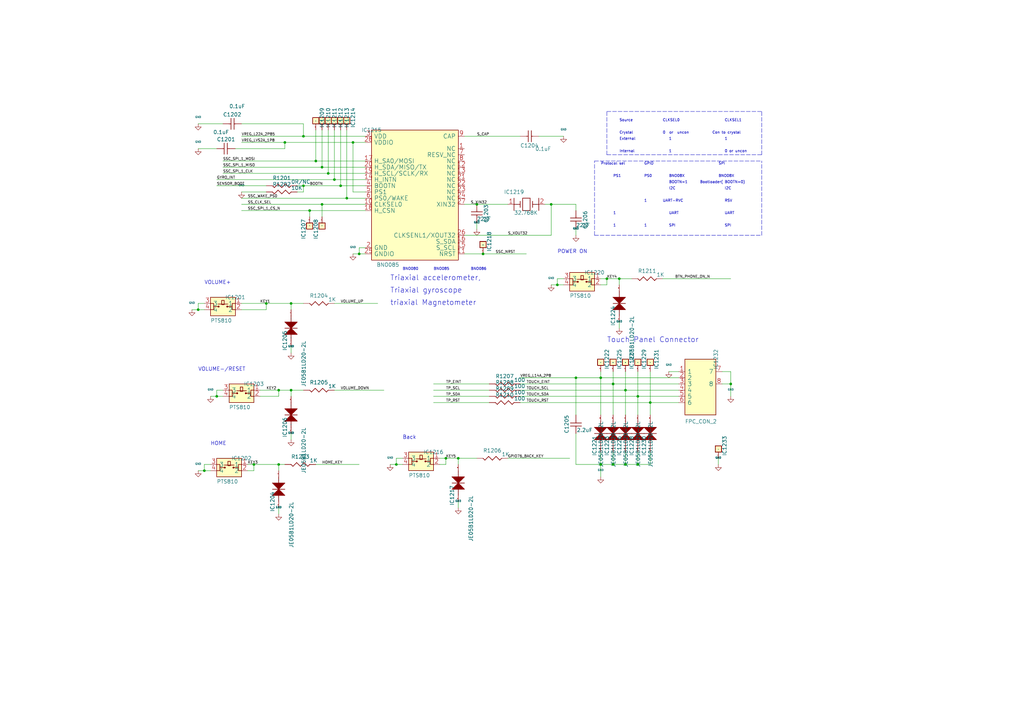
<source format=kicad_sch>
(kicad_sch (version 20211123) (generator eeschema)
  (paper "A3")
  (lib_symbols
    (symbol "SENSOR-SchDoc-rescue:BNO085_0-" (pin_names (offset 1.016))
      (property "Reference" "IC" (at 0 0 0))
      (property "Value" "BNO085_0-" (at 2.032 -56.134 0))
      (symbol "BNO085_0-_0_1"
        (rectangle (start 0 -53.34) (end 35.56 0) (stroke (width 0.254)) (fill (type background)))
        (pin passive line (at 38.1 -7.62 180) (length 2.54) (name "NC") (number "1"))
        (pin passive line (at -2.54 -30.48 0) (length 2.54) (name "CLKSEL0") (number "10"))
        (pin passive line (at 38.1 -50.8 180) (length 2.54) (name "NRST") (number "11"))
        (pin passive line (at 38.1 -15.24 180) (length 2.54) (name "NC") (number "12"))
        (pin passive line (at 38.1 -17.78 180) (length 2.54) (name "NC") (number "13"))
        (pin passive line (at -2.54 -20.32 0) (length 2.54) (name "H_INTN") (number "14"))
        (pin passive line (at 38.1 -48.26 180) (length 2.54) (name "S_SCL") (number "15"))
        (pin passive line (at 38.1 -45.72 180) (length 2.54) (name "S_SDA") (number "16"))
        (pin passive line (at -2.54 -12.7 0) (length 2.54) (name "H_SA0/MOSI") (number "17"))
        (pin passive line (at -2.54 -33.02 0) (length 2.54) (name "H_CSN") (number "18"))
        (pin passive line (at -2.54 -17.78 0) (length 2.54) (name "H_SCL/SCLK/RX") (number "19"))
        (pin passive line (at -2.54 -48.26 0) (length 2.54) (name "GND") (number "2"))
        (pin passive line (at -2.54 -15.24 0) (length 2.54) (name "H_SDA/MISO/TX") (number "20"))
        (pin passive line (at 38.1 -20.32 180) (length 2.54) (name "NC") (number "21"))
        (pin passive line (at 38.1 -22.86 180) (length 2.54) (name "NC") (number "22"))
        (pin passive line (at 38.1 -25.4 180) (length 2.54) (name "NC") (number "23"))
        (pin passive line (at 38.1 -27.94 180) (length 2.54) (name "NC") (number "24"))
        (pin passive line (at -2.54 -50.8 0) (length 2.54) (name "GNDIO") (number "25"))
        (pin passive line (at 38.1 -43.18 180) (length 2.54) (name "CLKSENL1/XOUT32") (number "26"))
        (pin passive line (at 38.1 -30.48 180) (length 2.54) (name "XIN32") (number "27"))
        (pin passive line (at -2.54 -5.08 0) (length 2.54) (name "VDDIO") (number "28"))
        (pin passive line (at -2.54 -2.54 0) (length 2.54) (name "VDD") (number "3"))
        (pin passive line (at -2.54 -22.86 0) (length 2.54) (name "BOOTN") (number "4"))
        (pin passive line (at -2.54 -25.4 0) (length 2.54) (name "PS1") (number "5"))
        (pin passive line (at -2.54 -27.94 0) (length 2.54) (name "PS0/WAKE") (number "6"))
        (pin passive line (at 38.1 -10.16 180) (length 2.54) (name "RESV_NC") (number "7"))
        (pin passive line (at 38.1 -12.7 180) (length 2.54) (name "NC") (number "8"))
        (pin passive line (at 38.1 -2.54 180) (length 2.54) (name "CAP") (number "9"))
      )
    )
    (symbol "SENSOR-SchDoc-rescue:CRYSTAL4_SM_1-" (pin_names (offset 1.016))
      (property "Reference" "IC" (at 0 0 0))
      (property "Value" "CRYSTAL4_SM_1-" (at 0 -9.398 0))
      (symbol "CRYSTAL4_SM_1-_0_1"
        (polyline (pts (xy 0 -2.54) (xy 0 -7.62)) (stroke (width 0.254)))
        (polyline (pts (xy 2.54 -5.08) (xy 0 -5.08)) (stroke (width 0.254)))
        (polyline (pts (xy 2.54 -3.81) (xy 2.54 -6.35)) (stroke (width 0.254)))
        (polyline (pts (xy 3.556 -7.62) (xy 6.604 -7.62)) (stroke (width 0.254)))
        (polyline (pts (xy 3.556 -2.54) (xy 3.556 -7.62)) (stroke (width 0.254)))
        (polyline (pts (xy 6.604 -7.62) (xy 6.604 -2.54)) (stroke (width 0.254)))
        (polyline (pts (xy 6.604 -2.54) (xy 3.556 -2.54)) (stroke (width 0.254)))
        (polyline (pts (xy 7.62 -3.81) (xy 7.62 -6.35)) (stroke (width 0.254)))
        (polyline (pts (xy 10.16 -5.08) (xy 7.62 -5.08)) (stroke (width 0.254)))
        (polyline (pts (xy 10.16 -2.54) (xy 10.16 -7.62)) (stroke (width 0.254)))
        (pin passive line (at -2.54 -5.08 0) (length 2.54) (name "1") (number "1"))
        (pin passive line (at 12.7 -5.08 180) (length 2.54) (name "2") (number "2"))
      )
    )
    (symbol "SENSOR-SchDoc-rescue:DIODE_1-" (pin_names (offset 1.016))
      (property "Reference" "IC" (at 0 0 0))
      (property "Value" "DIODE_1-" (at 1.778 9.906 0))
      (symbol "DIODE_1-_0_1"
        (polyline (pts (xy 0 -2.54) (xy 2.54 -2.54)) (stroke (width 0.254)))
        (polyline (pts (xy 5.08 0) (xy 5.08 -5.08)) (stroke (width 0.254)))
        (polyline (pts (xy 7.62 -2.54) (xy 10.16 -2.54)) (stroke (width 0.254)))
        (polyline (pts (xy 2.54 0) (xy 2.54 -5.08) (xy 5.08 -2.54) (xy 2.54 0) (xy 2.54 0)) (stroke (width 0.254)) (fill (type outline)))
        (polyline (pts (xy 7.62 0) (xy 7.62 -5.08) (xy 5.08 -2.54) (xy 7.62 0) (xy 7.62 0)) (stroke (width 0.254)) (fill (type outline)))
        (pin passive line (at -2.54 -2.54 0) (length 2.54) (name "+") (number "1"))
        (pin passive line (at 12.7 -2.54 180) (length 2.54) (name "-") (number "2"))
      )
    )
    (symbol "SENSOR-SchDoc-rescue:FPC_CON_8-" (pin_names (offset 1.016))
      (property "Reference" "IC" (at 0 0 0))
      (property "Value" "FPC_CON_8-" (at -12.7 -26.416 90))
      (symbol "FPC_CON_8-_0_1"
        (rectangle (start 22.86 -12.7) (end 0 0) (stroke (width 0.254)) (fill (type background)))
        (pin passive line (at 5.08 -15.24 90) (length 2.54) (name "1") (number "1"))
        (pin passive line (at 7.62 -15.24 90) (length 2.54) (name "2") (number "2"))
        (pin passive line (at 10.16 -15.24 90) (length 2.54) (name "3") (number "3"))
        (pin passive line (at 12.7 -15.24 90) (length 2.54) (name "4") (number "4"))
        (pin passive line (at 15.24 -15.24 90) (length 2.54) (name "5") (number "5"))
        (pin passive line (at 17.78 -15.24 90) (length 2.54) (name "6") (number "6"))
        (pin passive line (at 5.08 2.54 270) (length 2.54) (name "7") (number "7"))
        (pin passive line (at 10.16 2.54 270) (length 2.54) (name "8") (number "8"))
      )
    )
    (symbol "SENSOR-SchDoc-rescue:PTS810-" (pin_names (offset 1.016))
      (property "Reference" "IC" (at 0 0 0))
      (property "Value" "PTS810-" (at -10.16 -10.414 0))
      (symbol "PTS810-_0_1"
        (polyline (pts (xy 1.27 -3.81) (xy 3.048 -3.81)) (stroke (width 0.254)))
        (polyline (pts (xy 3.048 -2.794) (xy 7.112 -2.794)) (stroke (width 0.254)))
        (polyline (pts (xy 7.112 -3.81) (xy 8.89 -3.81)) (stroke (width 0.254)))
        (polyline (pts (xy 0 -2.54) (xy 0 -2.54) (xy 0 -2.54) (xy 1.27 -2.54) (xy 1.27 -5.08) (xy 0 -5.08)) (stroke (width 0.254)))
        (polyline (pts (xy 10.16 -2.54) (xy 10.16 -2.54) (xy 10.16 -2.54) (xy 8.89 -2.54) (xy 8.89 -5.08) (xy 10.16 -5.08)) (stroke (width 0.254)))
        (circle (center 3.302 -3.81) (radius 0.254) (stroke (width 0.254)) (fill (type outline)))
        (rectangle (start 5.588 -3.048) (end 4.572 -1.27) (stroke (width 0.254)) (fill (type background)))
        (circle (center 6.858 -3.81) (radius 0.254) (stroke (width 0.254)) (fill (type outline)))
        (rectangle (start 10.16 -7.62) (end 0 0) (stroke (width 0.254)) (fill (type background)))
        (pin passive line (at -2.54 -2.54 0) (length 2.54) (name "1") (number "1"))
        (pin passive line (at -2.54 -5.08 0) (length 2.54) (name "2") (number "2"))
        (pin passive line (at 12.7 -2.54 180) (length 2.54) (name "3") (number "3"))
        (pin passive line (at 12.7 -5.08 180) (length 2.54) (name "4") (number "4"))
      )
    )
    (symbol "SENSOR-SchDoc-rescue:T_POINT_S-" (pin_names (offset 1.016))
      (property "Reference" "IC" (at 0 0 0))
      (property "Value" "T_POINT_S-" (at 0 0 0))
      (symbol "T_POINT_S-_0_1"
        (rectangle (start 0 -1.27) (end 2.54 -3.81) (stroke (width 0.254)) (fill (type background)))
        (rectangle (start 2.54 -3.81) (end 0 -1.27) (stroke (width 0.254)) (fill (type background)))
        (pin passive line (at 5.08 -2.54 180) (length 2.54) (name "TP") (number "1"))
      )
    )
    (symbol "Wireless Video Glass:C" (pin_numbers hide) (pin_names (offset 0) hide)
      (property "Reference" "C" (at -1.27 -1.27 90))
      (property "Value" "C" (at 6.985 -1.905 90))
      (symbol "C_0_1"
        (polyline (pts (xy 0.254 -1.778) (xy 4.826 -1.778)) (stroke (width 0.254)))
        (polyline (pts (xy 0.254 -0.508) (xy 4.826 -0.508)) (stroke (width 0.254)))
        (polyline (pts (xy 2.54 -2.54) (xy 2.54 -1.778)) (stroke (width 0.254)))
        (polyline (pts (xy 2.54 0) (xy 2.54 -0.508)) (stroke (width 0.254)))
        (pin passive line (at 2.54 2.54 270) (length 2.54) (name "1") (number "1"))
        (pin passive line (at 2.54 -5.08 90) (length 2.54) (name "2") (number "2"))
      )
    )
    (symbol "Wireless Video Glass:R" (pin_numbers hide) (pin_names (offset 0) hide)
      (property "Reference" "R" (at -0.635 -3.81 90))
      (property "Value" "R" (at 6.35 -4.445 90))
      (symbol "R_0_1"
        (polyline (pts (xy 1.778 -5.334) (xy 3.302 -6.858)) (stroke (width 0.254)))
        (polyline (pts (xy 1.778 -2.286) (xy 3.302 -3.81)) (stroke (width 0.254)))
        (polyline (pts (xy 2.54 0) (xy 3.302 -0.762)) (stroke (width 0.254)))
        (polyline (pts (xy 3.302 -6.858) (xy 2.54 -7.62)) (stroke (width 0.254)))
        (polyline (pts (xy 3.302 -3.81) (xy 1.778 -5.334)) (stroke (width 0.254)))
        (polyline (pts (xy 3.302 -0.762) (xy 1.778 -2.286)) (stroke (width 0.254)))
        (pin passive line (at 2.54 2.54 270) (length 2.54) (name "1") (number "1"))
        (pin passive line (at 2.54 -10.16 90) (length 2.54) (name "2") (number "2"))
      )
    )
    (symbol "power:GND" (power) (pin_names (offset 0))
      (property "Value" "GND" (at 0 -3.81 0))
      (symbol "GND_0_1"
        (polyline (pts (xy 0 0) (xy 0 -1.27) (xy 1.27 -1.27) (xy 0 -2.54) (xy -1.27 -1.27) (xy 0 -1.27)))
      )
      (symbol "GND_1_1"
        (pin power_in line (at 0 0 270) (length 0) hide (name "GND") (number "1"))
      )
    )
  )
  (junction (at 134.62 71.12))
  (junction (at 256.54 160.02))
  (junction (at 187.96 187.96))
  (junction (at 254 114.3))
  (junction (at 142.24 81.28))
  (junction (at 132.08 83.82))
  (junction (at 132.08 68.58))
  (junction (at 104.14 190.5))
  (junction (at 119.38 124.46))
  (junction (at 147.32 104.14))
  (junction (at 251.46 190.5))
  (junction (at 261.62 162.56))
  (junction (at 114.3 190.5))
  (junction (at 236.22 154.94))
  (junction (at 109.22 124.46))
  (junction (at 228.6 116.84))
  (junction (at 88.9 162.56))
  (junction (at 226.06 83.82))
  (junction (at 81.28 127))
  (junction (at 116.84 58.42))
  (junction (at 266.7 165.1))
  (junction (at 83.82 193.04))
  (junction (at 124.46 76.2))
  (junction (at 144.78 58.42))
  (junction (at 198.12 104.14))
  (junction (at 248.92 114.3))
  (junction (at 137.16 73.66))
  (junction (at 246.38 154.94))
  (junction (at 124.46 55.88))
  (junction (at 162.56 190.5))
  (junction (at 261.62 190.5))
  (junction (at 119.38 160.02))
  (junction (at 139.7 76.2))
  (junction (at 256.54 190.5))
  (junction (at 129.54 66.04))
  (junction (at 114.3 160.02))
  (junction (at 299.72 157.48))
  (junction (at 251.46 157.48))
  (junction (at 246.38 190.5))
  (junction (at 182.88 187.96))
  (junction (at 127 86.36))
  (junction (at 195.58 83.82))
  (wire (pts (xy 278.384 154.94) (xy 246.38 154.94)))
  (wire (pts (xy 116.84 58.42) (xy 99.06 58.42)))
  (wire (pts (xy 132.08 83.82) (xy 132.08 88.9)))
  (wire (pts (xy 114.3 190.5) (xy 114.3 193.04)))
  (wire (pts (xy 114.3 160.02) (xy 106.68 160.02)))
  (wire (pts (xy 187.96 187.96) (xy 187.96 190.5)))
  (wire (pts (xy 124.46 78.74) (xy 124.46 76.2)))
  (wire (pts (xy 119.38 160.02) (xy 119.38 162.56)))
  (wire (pts (xy 134.62 71.12) (xy 91.44 71.12)))
  (wire (pts (xy 215.9 104.14) (xy 198.12 104.14)))
  (wire (pts (xy 124.46 160.02) (xy 119.38 160.02)))
  (wire (pts (xy 246.38 116.84) (xy 248.92 116.84)))
  (wire (pts (xy 119.38 160.02) (xy 114.3 160.02)))
  (wire (pts (xy 149.86 86.36) (xy 127 86.36)))
  (wire (pts (xy 254 114.3) (xy 248.92 114.3)))
  (wire (pts (xy 121.92 78.74) (xy 124.46 78.74)))
  (polyline (pts (xy 312.42 63.5) (xy 312.42 45.72)))
  (wire (pts (xy 91.44 66.04) (xy 129.54 66.04)))
  (wire (pts (xy 261.62 162.56) (xy 261.62 170.18)))
  (wire (pts (xy 124.46 76.2) (xy 121.92 76.2)))
  (wire (pts (xy 149.86 73.66) (xy 137.16 73.66)))
  (wire (pts (xy 132.08 53.34) (xy 132.08 68.58)))
  (wire (pts (xy 274.32 152.4) (xy 278.384 152.4)))
  (wire (pts (xy 251.46 190.5) (xy 256.54 190.5)))
  (wire (pts (xy 81.28 124.46) (xy 81.28 127)))
  (wire (pts (xy 119.38 124.46) (xy 119.38 127)))
  (wire (pts (xy 81.28 60.96) (xy 88.9 60.96)))
  (wire (pts (xy 177.8 165.1) (xy 200.66 165.1)))
  (wire (pts (xy 278.384 162.56) (xy 261.62 162.56)))
  (wire (pts (xy 162.56 190.5) (xy 160.02 190.5)))
  (wire (pts (xy 182.88 190.5) (xy 182.88 187.96)))
  (wire (pts (xy 144.78 58.42) (xy 144.78 78.74)))
  (wire (pts (xy 246.38 154.94) (xy 236.22 154.94)))
  (wire (pts (xy 251.46 157.48) (xy 213.36 157.48)))
  (wire (pts (xy 116.84 60.96) (xy 96.52 60.96)))
  (wire (pts (xy 261.62 152.4) (xy 261.62 162.56)))
  (wire (pts (xy 195.58 91.44) (xy 195.58 93.98)))
  (wire (pts (xy 278.384 165.1) (xy 266.7 165.1)))
  (wire (pts (xy 139.7 76.2) (xy 124.46 76.2)))
  (wire (pts (xy 165.1 190.5) (xy 162.56 190.5)))
  (wire (pts (xy 195.58 83.82) (xy 208.28 83.82)))
  (wire (pts (xy 299.72 157.48) (xy 299.72 162.56)))
  (wire (pts (xy 208.28 187.96) (xy 233.68 187.96)))
  (wire (pts (xy 180.34 190.5) (xy 182.88 190.5)))
  (wire (pts (xy 236.22 83.82) (xy 226.06 83.82)))
  (wire (pts (xy 86.36 193.04) (xy 83.82 193.04)))
  (wire (pts (xy 177.8 162.56) (xy 200.66 162.56)))
  (wire (pts (xy 198.12 104.14) (xy 190.5 104.14)))
  (wire (pts (xy 147.32 101.6) (xy 149.86 101.6)))
  (wire (pts (xy 296.164 152.4) (xy 299.72 152.4)))
  (wire (pts (xy 147.32 104.14) (xy 147.32 101.6)))
  (wire (pts (xy 256.54 160.02) (xy 256.54 170.18)))
  (wire (pts (xy 149.86 71.12) (xy 134.62 71.12)))
  (wire (pts (xy 259.08 114.3) (xy 254 114.3)))
  (wire (pts (xy 182.88 187.96) (xy 180.34 187.96)))
  (wire (pts (xy 251.46 185.42) (xy 251.46 190.5)))
  (wire (pts (xy 104.14 190.5) (xy 101.6 190.5)))
  (wire (pts (xy 114.3 162.56) (xy 114.3 160.02)))
  (wire (pts (xy 236.22 190.5) (xy 246.38 190.5)))
  (wire (pts (xy 246.38 185.42) (xy 246.38 190.5)))
  (wire (pts (xy 83.82 190.5) (xy 83.82 193.04)))
  (wire (pts (xy 88.9 76.2) (xy 109.22 76.2)))
  (wire (pts (xy 149.86 104.14) (xy 147.32 104.14)))
  (wire (pts (xy 142.24 53.34) (xy 142.24 81.28)))
  (wire (pts (xy 137.16 160.02) (xy 157.48 160.02)))
  (wire (pts (xy 251.46 152.4) (xy 251.46 157.48)))
  (wire (pts (xy 116.84 58.42) (xy 116.84 60.96)))
  (wire (pts (xy 220.98 55.88) (xy 231.14 55.88)))
  (wire (pts (xy 114.3 190.5) (xy 104.14 190.5)))
  (wire (pts (xy 88.9 162.56) (xy 86.36 162.56)))
  (wire (pts (xy 278.384 160.02) (xy 256.54 160.02)))
  (wire (pts (xy 236.22 93.98) (xy 236.22 96.52)))
  (wire (pts (xy 226.06 83.82) (xy 226.06 96.52)))
  (wire (pts (xy 149.86 66.04) (xy 129.54 66.04)))
  (wire (pts (xy 81.28 127) (xy 78.74 127)))
  (wire (pts (xy 99.06 127) (xy 109.22 127)))
  (wire (pts (xy 86.36 190.5) (xy 83.82 190.5)))
  (wire (pts (xy 83.82 127) (xy 81.28 127)))
  (wire (pts (xy 177.8 157.48) (xy 200.66 157.48)))
  (wire (pts (xy 114.3 208.28) (xy 114.3 210.82)))
  (wire (pts (xy 256.54 160.02) (xy 213.36 160.02)))
  (wire (pts (xy 248.92 116.84) (xy 248.92 114.3)))
  (wire (pts (xy 246.38 190.5) (xy 251.46 190.5)))
  (wire (pts (xy 271.78 114.3) (xy 299.72 114.3)))
  (wire (pts (xy 236.22 86.36) (xy 236.22 83.82)))
  (wire (pts (xy 137.16 73.66) (xy 88.9 73.66)))
  (wire (pts (xy 177.8 160.02) (xy 200.66 160.02)))
  (wire (pts (xy 144.78 58.42) (xy 116.84 58.42)))
  (wire (pts (xy 261.62 162.56) (xy 213.36 162.56)))
  (polyline (pts (xy 243.84 96.52) (xy 243.84 66.04)))
  (wire (pts (xy 190.5 55.88) (xy 213.36 55.88)))
  (wire (pts (xy 149.86 83.82) (xy 132.08 83.82)))
  (wire (pts (xy 266.7 165.1) (xy 266.7 170.18)))
  (wire (pts (xy 228.6 114.3) (xy 228.6 116.84)))
  (wire (pts (xy 248.92 114.3) (xy 246.38 114.3)))
  (wire (pts (xy 139.7 53.34) (xy 139.7 76.2)))
  (wire (pts (xy 104.14 193.04) (xy 104.14 190.5)))
  (wire (pts (xy 254 114.3) (xy 254 116.84)))
  (wire (pts (xy 228.6 116.84) (xy 226.06 116.84)))
  (wire (pts (xy 124.46 55.88) (xy 99.06 55.88)))
  (wire (pts (xy 149.86 81.28) (xy 142.24 81.28)))
  (wire (pts (xy 187.96 205.74) (xy 187.96 208.28)))
  (wire (pts (xy 256.54 185.42) (xy 256.54 190.5)))
  (wire (pts (xy 91.44 160.02) (xy 88.9 160.02)))
  (wire (pts (xy 266.7 190.5) (xy 266.7 185.42)))
  (wire (pts (xy 129.54 53.34) (xy 129.54 66.04)))
  (wire (pts (xy 106.68 162.56) (xy 114.3 162.56)))
  (wire (pts (xy 226.06 96.52) (xy 190.5 96.52)))
  (polyline (pts (xy 248.92 63.5) (xy 312.42 63.5)))
  (wire (pts (xy 99.06 78.74) (xy 109.22 78.74)))
  (wire (pts (xy 147.32 104.14) (xy 144.78 104.14)))
  (wire (pts (xy 149.86 58.42) (xy 144.78 58.42)))
  (wire (pts (xy 99.06 50.8) (xy 124.46 50.8)))
  (wire (pts (xy 246.38 190.5) (xy 246.38 195.58)))
  (wire (pts (xy 231.14 116.84) (xy 228.6 116.84)))
  (wire (pts (xy 109.22 124.46) (xy 99.06 124.46)))
  (wire (pts (xy 296.164 157.48) (xy 299.72 157.48)))
  (wire (pts (xy 190.5 83.82) (xy 195.58 83.82)))
  (wire (pts (xy 187.96 187.96) (xy 182.88 187.96)))
  (wire (pts (xy 134.62 53.34) (xy 134.62 71.12)))
  (polyline (pts (xy 248.92 63.5) (xy 248.92 45.72)))
  (wire (pts (xy 137.16 124.46) (xy 154.94 124.46)))
  (wire (pts (xy 137.16 53.34) (xy 137.16 73.66)))
  (wire (pts (xy 254 132.08) (xy 254 134.62)))
  (wire (pts (xy 124.46 50.8) (xy 124.46 55.88)))
  (polyline (pts (xy 312.42 96.52) (xy 312.42 66.04)))
  (wire (pts (xy 132.08 83.82) (xy 99.06 83.82)))
  (wire (pts (xy 119.38 124.46) (xy 109.22 124.46)))
  (wire (pts (xy 256.54 190.5) (xy 261.62 190.5)))
  (wire (pts (xy 149.86 76.2) (xy 139.7 76.2)))
  (wire (pts (xy 109.22 127) (xy 109.22 124.46)))
  (wire (pts (xy 149.86 68.58) (xy 132.08 68.58)))
  (wire (pts (xy 162.56 187.96) (xy 162.56 190.5)))
  (wire (pts (xy 246.38 152.4) (xy 246.38 154.94)))
  (wire (pts (xy 266.7 152.4) (xy 266.7 165.1)))
  (wire (pts (xy 256.54 152.4) (xy 256.54 160.02)))
  (wire (pts (xy 127 86.36) (xy 127 88.9)))
  (wire (pts (xy 91.44 162.56) (xy 88.9 162.56)))
  (wire (pts (xy 236.22 177.8) (xy 236.22 190.5)))
  (wire (pts (xy 294.64 187.96) (xy 294.64 190.5)))
  (wire (pts (xy 246.38 154.94) (xy 246.38 170.18)))
  (wire (pts (xy 83.82 193.04) (xy 81.28 193.04)))
  (wire (pts (xy 101.6 193.04) (xy 104.14 193.04)))
  (wire (pts (xy 124.46 124.46) (xy 119.38 124.46)))
  (wire (pts (xy 236.22 154.94) (xy 236.22 170.18)))
  (wire (pts (xy 142.24 81.28) (xy 99.06 81.28)))
  (wire (pts (xy 165.1 187.96) (xy 162.56 187.96)))
  (wire (pts (xy 119.38 177.8) (xy 119.38 180.34)))
  (wire (pts (xy 261.62 185.42) (xy 261.62 190.5)))
  (wire (pts (xy 132.08 68.58) (xy 91.44 68.58)))
  (wire (pts (xy 88.9 160.02) (xy 88.9 162.56)))
  (wire (pts (xy 266.7 165.1) (xy 213.36 165.1)))
  (wire (pts (xy 129.54 190.5) (xy 147.32 190.5)))
  (polyline (pts (xy 243.84 96.52) (xy 312.42 96.52)))
  (wire (pts (xy 226.06 83.82) (xy 223.52 83.82)))
  (wire (pts (xy 127 86.36) (xy 99.06 86.36)))
  (wire (pts (xy 299.72 152.4) (xy 299.72 157.48)))
  (wire (pts (xy 231.14 114.3) (xy 228.6 114.3)))
  (wire (pts (xy 81.28 50.8) (xy 91.44 50.8)))
  (polyline (pts (xy 248.92 45.72) (xy 312.42 45.72)))
  (wire (pts (xy 144.78 78.74) (xy 149.86 78.74)))
  (wire (pts (xy 278.384 157.48) (xy 251.46 157.48)))
  (wire (pts (xy 261.62 190.5) (xy 266.7 190.5)))
  (wire (pts (xy 119.38 142.24) (xy 119.38 144.78)))
  (wire (pts (xy 195.58 187.96) (xy 187.96 187.96)))
  (wire (pts (xy 83.82 124.46) (xy 81.28 124.46)))
  (wire (pts (xy 149.86 55.88) (xy 124.46 55.88)))
  (wire (pts (xy 116.84 190.5) (xy 114.3 190.5)))
  (polyline (pts (xy 243.84 66.04) (xy 312.42 66.04)))
  (wire (pts (xy 236.22 154.94) (xy 213.36 154.94)))
  (wire (pts (xy 251.46 157.48) (xy 251.46 170.18)))
  (text "1" (at 251.46 88.138 0) (effects (font (size 1.0668 1.0668)) (justify left bottom)))
  (text "External" (at 254 57.658 0) (effects (font (size 1.0668 1.0668)) (justify left bottom)))
  (text "BNO08X" (at 294.64 72.898 0) (effects (font (size 1.0668 1.0668)) (justify left bottom)))
  (text "Source    " (at 254 50.038 0) (effects (font (size 1.0668 1.0668)) (justify left bottom)))
  (text "GPIO" (at 264.16 67.818 0) (effects (font (size 1.0668 1.0668)) (justify left bottom)))
  (text "triaxial Magnetometer" (at 160.02 125.476 0) (effects (font (size 2.1336 2.1336)) (justify left bottom)))
  (text "HOME" (at 86.36 182.88 0) (effects (font (size 1.524 1.524)) (justify left bottom)))
  (text "VOLUME+" (at 83.82 116.84 0) (effects (font (size 1.524 1.524)) (justify left bottom)))
  (text "PS1" (at 251.46 72.898 0) (effects (font (size 1.0668 1.0668)) (justify left bottom)))
  (text "Protocol sel" (at 246.38 67.818 0) (effects (font (size 1.0668 1.0668)) (justify left bottom)))
  (text "1" (at 264.16 93.218 0) (effects (font (size 1.0668 1.0668)) (justify left bottom)))
  (text "1" (at 274.32 62.738 0) (effects (font (size 1.0668 1.0668)) (justify left bottom)))
  (text "BNO080" (at 165.1 110.998 0) (effects (font (size 1.0668 1.0668)) (justify left bottom)))
  (text "Touch Panel Connector" (at 248.92 140.716 0) (effects (font (size 2.1336 2.1336)) (justify left bottom)))
  (text "UART-RVC" (at 271.78 83.058 0) (effects (font (size 1.0668 1.0668)) (justify left bottom)))
  (text "CLKSEL0" (at 271.78 50.038 0) (effects (font (size 1.0668 1.0668)) (justify left bottom)))
  (text "SPI" (at 297.18 93.218 0) (effects (font (size 1.0668 1.0668)) (justify left bottom)))
  (text "VOLUME-/RESET" (at 81.28 152.4 0) (effects (font (size 1.524 1.524)) (justify left bottom)))
  (text "BOOTN=1" (at 274.32 75.438 0) (effects (font (size 1.0668 1.0668)) (justify left bottom)))
  (text "Triaxial gyroscope" (at 160.02 120.396 0) (effects (font (size 2.1336 2.1336)) (justify left bottom)))
  (text "SPI" (at 274.32 93.218 0) (effects (font (size 1.0668 1.0668)) (justify left bottom)))
  (text "Bootloader( BOOTN=0)" (at 287.02 75.438 0) (effects (font (size 1.0668 1.0668)) (justify left bottom)))
  (text "1" (at 264.16 83.058 0) (effects (font (size 1.0668 1.0668)) (justify left bottom)))
  (text "UART" (at 274.32 88.138 0) (effects (font (size 1.0668 1.0668)) (justify left bottom)))
  (text "UART" (at 297.18 88.138 0) (effects (font (size 1.0668 1.0668)) (justify left bottom)))
  (text "BNO086" (at 193.04 110.998 0) (effects (font (size 1.0668 1.0668)) (justify left bottom)))
  (text "1" (at 251.46 93.218 0) (effects (font (size 1.0668 1.0668)) (justify left bottom)))
  (text "RSV" (at 297.18 83.058 0) (effects (font (size 1.0668 1.0668)) (justify left bottom)))
  (text "Con to crystal" (at 292.1 55.118 0) (effects (font (size 1.0668 1.0668)) (justify left bottom)))
  (text "0 or uncon" (at 297.18 62.738 0) (effects (font (size 1.0668 1.0668)) (justify left bottom)))
  (text "POWER ON" (at 228.6 104.14 0) (effects (font (size 1.524 1.524)) (justify left bottom)))
  (text "I2C " (at 297.18 77.978 0) (effects (font (size 1.0668 1.0668)) (justify left bottom)))
  (text "1" (at 274.32 57.658 0) (effects (font (size 1.0668 1.0668)) (justify left bottom)))
  (text "I2C " (at 274.32 77.978 0) (effects (font (size 1.0668 1.0668)) (justify left bottom)))
  (text "Crystal" (at 254 55.118 0) (effects (font (size 1.0668 1.0668)) (justify left bottom)))
  (text "PS0" (at 264.16 72.898 0) (effects (font (size 1.0668 1.0668)) (justify left bottom)))
  (text "Internal" (at 254 62.738 0) (effects (font (size 1.0668 1.0668)) (justify left bottom)))
  (text "BNO08X" (at 274.32 72.898 0) (effects (font (size 1.0668 1.0668)) (justify left bottom)))
  (text "SPI" (at 294.64 67.818 0) (effects (font (size 1.0668 1.0668)) (justify left bottom)))
  (text "CLKSEL1" (at 297.18 50.038 0) (effects (font (size 1.0668 1.0668)) (justify left bottom)))
  (text "1" (at 297.18 57.658 0) (effects (font (size 1.0668 1.0668)) (justify left bottom)))
  (text "BNO085" (at 177.8 110.998 0) (effects (font (size 1.0668 1.0668)) (justify left bottom)))
  (text "0  or  uncon" (at 271.78 55.118 0) (effects (font (size 1.0668 1.0668)) (justify left bottom)))
  (text "Back" (at 165.1 180.34 0) (effects (font (size 1.524 1.524)) (justify left bottom)))
  (text "Triaxial accelerometer, " (at 160.02 115.316 0) (effects (font (size 2.1336 2.1336)) (justify left bottom)))
  (label "KEY2" (at 109.22 160.02 0) (effects (font (size 1.0668 1.0668))))
  (label "VREG_LVS2A_1P8" (at 99.06 58.42 0) (effects (font (size 1.0668 1.0668))))
  (label "BTN_PHONE_ON_N" (at 276.86 114.3 0) (effects (font (size 1.0668 1.0668))))
  (label "VOLUME_DOWN" (at 139.7 160.02 0) (effects (font (size 1.0668 1.0668))))
  (label "KEY4" (at 248.92 114.3 0) (effects (font (size 1.0668 1.0668))))
  (label "SSC_SPI_1_CLK" (at 91.44 71.12 0) (effects (font (size 1.0668 1.0668))))
  (label "TP_SCL" (at 182.88 160.02 0) (effects (font (size 1.0668 1.0668))))
  (label "GPIO76_BACK_KEY" (at 208.28 187.96 0) (effects (font (size 1.0668 1.0668))))
  (label "TOUCH_EINT" (at 215.9 157.48 0) (effects (font (size 1.0668 1.0668))))
  (label "S_XIN32" (at 193.04 83.82 0) (effects (font (size 1.0668 1.0668))))
  (label "HOME_KEY" (at 132.08 190.5 0) (effects (font (size 1.0668 1.0668))))
  (label "S_XOUT32" (at 208.28 96.52 0) (effects (font (size 1.0668 1.0668))))
  (label "SSC_WAKE_PS0" (at 101.6 81.28 0) (effects (font (size 1.0668 1.0668))))
  (label "VREG_L22A_2P85" (at 99.06 55.88 0) (effects (font (size 1.0668 1.0668))))
  (label "TP_RST" (at 182.88 165.1 0) (effects (font (size 1.0668 1.0668))))
  (label "TOUCH_SDA" (at 215.9 162.56 0) (effects (font (size 1.0668 1.0668))))
  (label "VREG_L14A_2P8" (at 213.36 154.94 0) (effects (font (size 1.0668 1.0668))))
  (label "KEY1" (at 106.68 124.46 0) (effects (font (size 1.0668 1.0668))))
  (label "SSC_NRST" (at 203.2 104.14 0) (effects (font (size 1.0668 1.0668))))
  (label "VOLUME_UP" (at 139.7 124.46 0) (effects (font (size 1.0668 1.0668))))
  (label "GYRO_INT" (at 88.9 73.66 0) (effects (font (size 1.0668 1.0668))))
  (label "TP_EINT" (at 182.88 157.48 0) (effects (font (size 1.0668 1.0668))))
  (label "BOOTN" (at 127 76.2 0) (effects (font (size 1.0668 1.0668))))
  (label "KEY3" (at 101.6 190.5 0) (effects (font (size 1.0668 1.0668))))
  (label "TOUCH_RST" (at 215.9 165.1 0) (effects (font (size 1.0668 1.0668))))
  (label "S_CAP" (at 195.58 55.88 0) (effects (font (size 1.0668 1.0668))))
  (label "TOUCH_SCL" (at 215.9 160.02 0) (effects (font (size 1.0668 1.0668))))
  (label "KEY5" (at 182.88 187.96 0) (effects (font (size 1.0668 1.0668))))
  (label "SS_CLK_SEL" (at 101.6 83.82 0) (effects (font (size 1.0668 1.0668))))
  (label "SSC_SPI_1_MISO" (at 91.44 68.58 0) (effects (font (size 1.0668 1.0668))))
  (label "SENSOR_BOOT" (at 88.9 76.2 0) (effects (font (size 1.0668 1.0668))))
  (label "SSC_SPI_1_CS_N" (at 101.6 86.36 0) (effects (font (size 1.0668 1.0668))))
  (label "SSC_SPI_1_MOSI" (at 91.44 66.04 0) (effects (font (size 1.0668 1.0668))))
  (label "TP_SDA" (at 182.88 162.56 0) (effects (font (size 1.0668 1.0668))))
  (symbol (lib_id "SENSOR-SchDoc-rescue:DIODE_1-") (at 254 182.88 90) (unit 1)
    (property "Reference" "IC1226" (at 254 182.88 0) (effects (font (size 1.524 1.524))))
    (property "Value" "JE05B1LD20-2L" (at 255.778 172.7708 0) (effects (font (size 1.524 1.524)) (justify right top)))
  )
  (symbol (lib_id "Wireless Video Glass:R") (at 210.82 154.94 270) (unit 1)
    (property "Reference" "R1207" (at 207.01 154.305 90) (effects (font (size 1.524 1.524))))
    (property "Value" "100" (at 210.82 156.718 90) (effects (font (size 1.524 1.524)) (justify left bottom)))
  )
  (symbol (lib_id "SENSOR-SchDoc-rescue:PTS810-") (at 96.52 121.92 0) (mirror y) (unit 1)
    (property "Reference" "IC1201" (at 96.52 121.92 0) (effects (font (size 1.524 1.524))))
    (property "Value" "PTS810" (at 86.36 132.334 0) (effects (font (size 1.524 1.524)) (justify right bottom)))
  )
  (symbol (lib_id "SENSOR-SchDoc-rescue:DIODE_1-") (at 248.92 182.88 90) (unit 1)
    (property "Reference" "IC1223" (at 248.92 182.88 0) (effects (font (size 1.524 1.524))))
    (property "Value" "JE05B1LD20-2L" (at 250.698 172.7708 0) (effects (font (size 1.524 1.524)) (justify right top)))
  )
  (symbol (lib_id "SENSOR-SchDoc-rescue:T_POINT_S-") (at 144.78 48.26 270) (unit 1)
    (property "Reference" "IC1214" (at 144.78 48.26 0) (effects (font (size 1.524 1.524))))
  )
  (symbol (lib_id "Wireless Video Glass:R") (at 210.82 160.02 270) (unit 1)
    (property "Reference" "R1209" (at 207.01 159.385 90) (effects (font (size 1.524 1.524))))
    (property "Value" "100" (at 210.82 161.798 90) (effects (font (size 1.524 1.524)) (justify left bottom)))
  )
  (symbol (lib_id "SENSOR-SchDoc-rescue:T_POINT_S-") (at 264.16 147.32 270) (unit 1)
    (property "Reference" "IC1229" (at 264.16 147.32 0) (effects (font (size 1.524 1.524))))
  )
  (symbol (lib_id "Wireless Video Glass:C") (at 233.68 175.26 0) (mirror x) (unit 1)
    (property "Reference" "C1205" (at 232.41 173.99 90) (effects (font (size 1.524 1.524))))
    (property "Value" "2.2uF" (at 236.474 177.292 0) (effects (font (size 1.524 1.524)) (justify left top)))
  )
  (symbol (lib_id "SENSOR-SchDoc-rescue:DIODE_1-") (at 243.84 182.88 90) (unit 1)
    (property "Reference" "IC1221" (at 243.84 182.88 0) (effects (font (size 1.524 1.524))))
    (property "Value" "JE05B1LD20-2L" (at 245.618 172.7708 0) (effects (font (size 1.524 1.524)) (justify right top)))
  )
  (symbol (lib_id "SENSOR-SchDoc-rescue:T_POINT_S-") (at 254 147.32 270) (unit 1)
    (property "Reference" "IC1225" (at 254 147.32 0) (effects (font (size 1.524 1.524))))
  )
  (symbol (lib_id "SENSOR-SchDoc-rescue:PTS810-") (at 243.84 111.76 0) (mirror y) (unit 1)
    (property "Reference" "IC1220" (at 243.84 111.76 0) (effects (font (size 1.524 1.524))))
    (property "Value" "PTS810" (at 233.68 122.174 0) (effects (font (size 1.524 1.524)) (justify right bottom)))
  )
  (symbol (lib_id "SENSOR-SchDoc-rescue:T_POINT_S-") (at 139.7 48.26 270) (unit 1)
    (property "Reference" "IC1212" (at 139.7 48.26 0) (effects (font (size 1.524 1.524))))
  )
  (symbol (lib_id "Wireless Video Glass:R") (at 134.62 121.92 270) (unit 1)
    (property "Reference" "R1204" (at 130.81 121.285 90) (effects (font (size 1.524 1.524))))
    (property "Value" "1K" (at 134.62 123.698 90) (effects (font (size 1.524 1.524)) (justify left bottom)))
  )
  (symbol (lib_id "SENSOR-SchDoc-rescue:CRYSTAL4_SM_1-") (at 210.82 78.74 0) (unit 1)
    (property "Reference" "IC1219" (at 210.82 78.74 0) (effects (font (size 1.524 1.524))))
    (property "Value" "32.768K" (at 210.82 88.138 0) (effects (font (size 1.524 1.524)) (justify left bottom)))
  )
  (symbol (lib_id "SENSOR-SchDoc-rescue:PTS810-") (at 99.06 187.96 0) (mirror y) (unit 1)
    (property "Reference" "IC1202" (at 99.06 187.96 0) (effects (font (size 1.524 1.524))))
    (property "Value" "PTS810" (at 88.9 198.374 0) (effects (font (size 1.524 1.524)) (justify right bottom)))
  )
  (symbol (lib_id "SENSOR-SchDoc-rescue:T_POINT_S-") (at 269.24 147.32 270) (unit 1)
    (property "Reference" "IC1231" (at 269.24 147.32 0) (effects (font (size 1.524 1.524))))
  )
  (symbol (lib_id "SENSOR-SchDoc-rescue:DIODE_1-") (at 111.76 205.74 90) (unit 1)
    (property "Reference" "IC1204" (at 111.76 205.74 0) (effects (font (size 1.524 1.524))))
    (property "Value" "JE05B1LD20-2L" (at 118.618 205.7908 0) (effects (font (size 1.524 1.524)) (justify right top)))
  )
  (symbol (lib_id "SENSOR-SchDoc-rescue:T_POINT_S-") (at 132.08 48.26 270) (unit 1)
    (property "Reference" "IC1209" (at 132.08 48.26 0) (effects (font (size 1.524 1.524))))
  )
  (symbol (lib_id "Wireless Video Glass:R") (at 127 187.96 270) (unit 1)
    (property "Reference" "R1203" (at 123.19 187.325 90) (effects (font (size 1.524 1.524))))
    (property "Value" "1K" (at 127 189.738 90) (effects (font (size 1.524 1.524)) (justify left bottom)))
  )
  (symbol (lib_id "SENSOR-SchDoc-rescue:T_POINT_S-") (at 134.62 48.26 270) (unit 1)
    (property "Reference" "IC1210" (at 134.62 48.26 0) (effects (font (size 1.524 1.524))))
  )
  (symbol (lib_id "Wireless Video Glass:R") (at 210.82 157.48 270) (unit 1)
    (property "Reference" "R1208" (at 207.01 156.845 90) (effects (font (size 1.524 1.524))))
    (property "Value" "100" (at 210.82 159.258 90) (effects (font (size 1.524 1.524)) (justify left bottom)))
  )
  (symbol (lib_id "Wireless Video Glass:C") (at 91.44 58.42 90) (mirror x)
    (property "Reference" "C1201" (at 92.71 57.15 90) (effects (font (size 1.524 1.524))))
    (property "Value" "0.1uF" (at 93.98 53.34 90) (effects (font (size 1.524 1.524)) (justify left top)))
  )
  (symbol (lib_id "Wireless Video Glass:R") (at 205.74 185.42 270) (unit 1)
    (property "Reference" "R1206" (at 201.93 184.785 90) (effects (font (size 1.524 1.524))))
    (property "Value" "1K" (at 205.74 187.198 90) (effects (font (size 1.524 1.524)) (justify left bottom)))
  )
  (symbol (lib_id "Wireless Video Glass:C") (at 198.12 86.36 0) (mirror y)
    (property "Reference" "C1203" (at 199.39 87.63 90) (effects (font (size 1.524 1.524))))
    (property "Value" "22pF" (at 195.58 90.678 0) (effects (font (size 1.524 1.524)) (justify right bottom)))
  )
  (symbol (lib_id "SENSOR-SchDoc-rescue:T_POINT_S-") (at 129.54 93.98 90) (unit 1)
    (property "Reference" "IC1208" (at 129.54 93.98 0) (effects (font (size 1.524 1.524))))
  )
  (symbol (lib_id "Wireless Video Glass:C") (at 238.76 88.9 0) (mirror y)
    (property "Reference" "C1206" (at 240.03 90.17 90) (effects (font (size 1.524 1.524))))
    (property "Value" "22pF" (at 236.22 93.218 0) (effects (font (size 1.524 1.524)) (justify right bottom)))
  )
  (symbol (lib_id "SENSOR-SchDoc-rescue:PTS810-") (at 177.8 185.42 0) (mirror y) (unit 1)
    (property "Reference" "IC1216" (at 177.8 185.42 0) (effects (font (size 1.524 1.524))))
    (property "Value" "PTS810" (at 167.64 195.834 0) (effects (font (size 1.524 1.524)) (justify right bottom)))
  )
  (symbol (lib_id "Wireless Video Glass:C") (at 96.52 48.26 270)
    (property "Reference" "C1202" (at 95.25 46.99 90) (effects (font (size 1.524 1.524))))
    (property "Value" "0.1uF" (at 93.98 44.45 90) (effects (font (size 1.524 1.524)) (justify left bottom)))
  )
  (symbol (lib_id "Wireless Video Glass:R") (at 134.62 157.48 270) (unit 1)
    (property "Reference" "R1205" (at 130.81 156.845 90) (effects (font (size 1.524 1.524))))
    (property "Value" "1K" (at 134.62 159.258 90) (effects (font (size 1.524 1.524)) (justify left bottom)))
  )
  (symbol (lib_id "SENSOR-SchDoc-rescue:T_POINT_S-") (at 259.08 147.32 270) (unit 1)
    (property "Reference" "IC1227" (at 259.08 147.32 0) (effects (font (size 1.524 1.524))))
  )
  (symbol (lib_id "Wireless Video Glass:R") (at 119.38 76.2 270) (unit 1)
    (property "Reference" "R1202" (at 115.57 75.565 90) (effects (font (size 1.524 1.524))))
    (property "Value" "10K" (at 119.38 77.978 90) (effects (font (size 1.524 1.524)) (justify left bottom)))
  )
  (symbol (lib_id "SENSOR-SchDoc-rescue:FPC_CON_8-") (at 293.624 147.32 270) (unit 1)
    (property "Reference" "IC1232" (at 293.624 147.32 0) (effects (font (size 1.524 1.524))))
    (property "Value" "FPC_CON_2" (at 280.924 173.736 90) (effects (font (size 1.524 1.524)) (justify left bottom)))
  )
  (symbol (lib_id "Wireless Video Glass:R") (at 119.38 73.66 270) (unit 1)
    (property "Reference" "R1201" (at 115.57 73.025 90) (effects (font (size 1.524 1.524))))
    (property "Value" "0R/NC" (at 119.38 75.438 90) (effects (font (size 1.524 1.524)) (justify left bottom)))
  )
  (symbol (lib_id "SENSOR-SchDoc-rescue:T_POINT_S-") (at 142.24 48.26 270) (unit 1)
    (property "Reference" "IC1213" (at 142.24 48.26 0) (effects (font (size 1.524 1.524))))
  )
  (symbol (lib_id "SENSOR-SchDoc-rescue:DIODE_1-") (at 251.46 129.54 90) (unit 1)
    (property "Reference" "IC1224" (at 251.46 129.54 0) (effects (font (size 1.524 1.524))))
    (property "Value" "JE05B1LD20-2L" (at 258.318 129.5908 0) (effects (font (size 1.524 1.524)) (justify right top)))
  )
  (symbol (lib_id "Wireless Video Glass:R") (at 269.24 111.76 270) (unit 1)
    (property "Reference" "R1211" (at 265.43 111.125 90) (effects (font (size 1.524 1.524))))
    (property "Value" "1K" (at 269.24 113.538 90) (effects (font (size 1.524 1.524)) (justify left bottom)))
  )
  (symbol (lib_id "Wireless Video Glass:C") (at 218.44 58.42 270) (mirror x)
    (property "Reference" "C1204" (at 217.17 59.69 90) (effects (font (size 1.524 1.524))))
    (property "Value" "0.1uF" (at 226.06 60.198 90) (effects (font (size 1.524 1.524)) (justify right bottom)))
  )
  (symbol (lib_id "Wireless Video Glass:R") (at 210.82 162.56 270) (unit 1)
    (property "Reference" "R1210" (at 207.01 161.925 90) (effects (font (size 1.524 1.524))))
    (property "Value" "100" (at 210.82 164.338 90) (effects (font (size 1.524 1.524)) (justify left bottom)))
  )
  (symbol (lib_id "SENSOR-SchDoc-rescue:DIODE_1-") (at 116.84 175.26 90) (unit 1)
    (property "Reference" "IC1206" (at 116.84 175.26 0) (effects (font (size 1.524 1.524))))
    (property "Value" "JE05B1LD20-2L" (at 123.698 175.3108 0) (effects (font (size 1.524 1.524)) (justify right top)))
  )
  (symbol (lib_id "SENSOR-SchDoc-rescue:BNO085_0-") (at 152.4 53.34 0) (unit 1)
    (property "Reference" "IC1215" (at 152.4 53.34 0) (effects (font (size 1.524 1.524))))
    (property "Value" "BNO085" (at 154.432 109.474 0) (effects (font (size 1.524 1.524)) (justify left bottom)))
  )
  (symbol (lib_id "SENSOR-SchDoc-rescue:PTS810-") (at 104.14 157.48 0) (mirror y) (unit 1)
    (property "Reference" "IC1203" (at 104.14 157.48 0) (effects (font (size 1.524 1.524))))
    (property "Value" "PTS810" (at 93.98 167.894 0) (effects (font (size 1.524 1.524)) (justify right bottom)))
  )
  (symbol (lib_id "SENSOR-SchDoc-rescue:T_POINT_S-") (at 124.46 93.98 90) (unit 1)
    (property "Reference" "IC1207" (at 124.46 93.98 0) (effects (font (size 1.524 1.524))))
  )
  (symbol (lib_id "SENSOR-SchDoc-rescue:DIODE_1-") (at 264.16 182.88 90) (unit 1)
    (property "Reference" "IC1230" (at 264.16 182.88 0) (effects (font (size 1.524 1.524))))
    (property "Value" "JE05B1LD20-2L" (at 265.938 172.7708 0) (effects (font (size 1.524 1.524)) (justify right top)))
  )
  (symbol (lib_id "SENSOR-SchDoc-rescue:T_POINT_S-") (at 200.66 99.06 270) (unit 1)
    (property "Reference" "IC1218" (at 200.66 99.06 0) (effects (font (size 1.524 1.524))))
  )
  (symbol (lib_id "SENSOR-SchDoc-rescue:T_POINT_S-") (at 297.18 182.88 270) (unit 1)
    (property "Reference" "IC1233" (at 297.18 182.88 0) (effects (font (size 1.524 1.524))))
  )
  (symbol (lib_id "SENSOR-SchDoc-rescue:T_POINT_S-") (at 248.92 147.32 270) (unit 1)
    (property "Reference" "IC1222" (at 248.92 147.32 0) (effects (font (size 1.524 1.524))))
  )
  (symbol (lib_id "SENSOR-SchDoc-rescue:DIODE_1-") (at 116.84 139.7 90) (unit 1)
    (property "Reference" "IC1205" (at 116.84 139.7 0) (effects (font (size 1.524 1.524))))
    (property "Value" "JE05B1LD20-2L" (at 123.698 139.7508 0) (effects (font (size 1.524 1.524)) (justify right top)))
  )
  (symbol (lib_id "SENSOR-SchDoc-rescue:DIODE_1-") (at 259.08 182.88 90) (unit 1)
    (property "Reference" "IC1228" (at 259.08 182.88 0) (effects (font (size 1.524 1.524))))
    (property "Value" "JE05B1LD20-2L" (at 260.858 172.7708 0) (effects (font (size 1.524 1.524)) (justify right top)))
  )
  (symbol (lib_id "SENSOR-SchDoc-rescue:T_POINT_S-") (at 137.16 48.26 270) (unit 1)
    (property "Reference" "IC1211" (at 137.16 48.26 0) (effects (font (size 1.524 1.524))))
  )
  (symbol (lib_id "SENSOR-SchDoc-rescue:DIODE_1-") (at 185.42 203.2 90) (unit 1)
    (property "Reference" "IC1217" (at 185.42 203.2 0) (effects (font (size 1.524 1.524))))
    (property "Value" "JE05B1LD20-2L" (at 192.278 203.2508 0) (effects (font (size 1.524 1.524)) (justify right top)))
  )
  (symbol (lib_id "power:GND") (at 81.28 50.8 0) (unit 1)
    (property "Reference" "#PWR01202" (effects hide))
    (property "Value" "GND" (at 81.28 48.006 0) (effects (font (size 0.762 0.762))))
  )
  (symbol (lib_id "power:GND") (at 81.28 60.96 0) (unit 1)
    (property "Reference" "#PWR01203" (effects hide))
    (property "Value" "GND" (at 81.28 58.166 0) (effects (font (size 0.762 0.762))))
  )
  (symbol (lib_id "power:GND") (at 160.02 190.5 0) (unit 1)
    (property "Reference" "#PWR01211" (effects hide))
    (property "Value" "GND" (at 160.02 187.706 0) (effects (font (size 0.762 0.762))))
  )
  (symbol (lib_id "power:GND") (at 187.96 208.28 0) (unit 1)
    (property "Reference" "#PWR01212" (effects hide))
    (property "Value" "GND" (at 187.96 205.486 0) (effects (font (size 0.762 0.762))))
  )
  (symbol (lib_id "power:GND") (at 99.06 78.74 0) (unit 1)
    (property "Reference" "#PWR01206" (effects hide))
    (property "Value" "VREG_LVS2A_1P8" (at 99.06 75.946 0) (effects (font (size 0.762 0.762))))
  )
  (symbol (lib_id "power:GND") (at 246.38 195.58 0) (unit 1)
    (property "Reference" "#PWR01217" (effects hide))
    (property "Value" "GND" (at 246.38 192.786 0) (effects (font (size 0.762 0.762))))
  )
  (symbol (lib_id "power:GND") (at 294.64 190.5 0) (unit 1)
    (property "Reference" "#PWR01220" (effects hide))
    (property "Value" "GND" (at 294.64 187.706 0) (effects (font (size 0.762 0.762))))
  )
  (symbol (lib_id "power:GND") (at 274.32 152.4 0) (unit 1)
    (property "Reference" "#PWR01219" (effects hide))
    (property "Value" "GND" (at 274.32 149.606 0) (effects (font (size 0.762 0.762))))
  )
  (symbol (lib_id "power:GND") (at 299.72 162.56 0) (unit 1)
    (property "Reference" "#PWR01221" (effects hide))
    (property "Value" "GND" (at 299.72 159.766 0) (effects (font (size 0.762 0.762))))
  )
  (symbol (lib_id "power:GND") (at 119.38 144.78 0) (unit 1)
    (property "Reference" "#PWR01208" (effects hide))
    (property "Value" "GND" (at 119.38 141.986 0) (effects (font (size 0.762 0.762))))
  )
  (symbol (lib_id "power:GND") (at 254 134.62 0) (unit 1)
    (property "Reference" "#PWR01218" (effects hide))
    (property "Value" "GND" (at 254 131.826 0) (effects (font (size 0.762 0.762))))
  )
  (symbol (lib_id "power:GND") (at 119.38 180.34 0) (unit 1)
    (property "Reference" "#PWR01209" (effects hide))
    (property "Value" "GND" (at 119.38 177.546 0) (effects (font (size 0.762 0.762))))
  )
  (symbol (lib_id "power:GND") (at 114.3 210.82 0) (unit 1)
    (property "Reference" "#PWR01207" (effects hide))
    (property "Value" "GND" (at 114.3 208.026 0) (effects (font (size 0.762 0.762))))
  )
  (symbol (lib_id "power:GND") (at 81.28 193.04 0) (unit 1)
    (property "Reference" "#PWR01204" (effects hide))
    (property "Value" "GND" (at 81.28 190.246 0) (effects (font (size 0.762 0.762))))
  )
  (symbol (lib_id "power:GND") (at 226.06 116.84 0) (unit 1)
    (property "Reference" "#PWR01214" (effects hide))
    (property "Value" "GND" (at 226.06 114.046 0) (effects (font (size 0.762 0.762))))
  )
  (symbol (lib_id "power:GND") (at 78.74 127 0) (unit 1)
    (property "Reference" "#PWR01201" (effects hide))
    (property "Value" "GND" (at 78.74 124.206 0) (effects (font (size 0.762 0.762))))
  )
  (symbol (lib_id "power:GND") (at 86.36 162.56 0) (unit 1)
    (property "Reference" "#PWR01205" (effects hide))
    (property "Value" "GND" (at 86.36 159.766 0) (effects (font (size 0.762 0.762))))
  )
  (symbol (lib_id "power:GND") (at 144.78 104.14 0) (unit 1)
    (property "Reference" "#PWR01210" (effects hide))
    (property "Value" "GND" (at 144.78 101.346 0) (effects (font (size 0.762 0.762))))
  )
  (symbol (lib_id "power:GND") (at 195.58 93.98 0) (unit 1)
    (property "Reference" "#PWR01213" (effects hide))
    (property "Value" "GND" (at 195.58 91.186 0) (effects (font (size 0.762 0.762))))
  )
  (symbol (lib_id "power:GND") (at 231.14 55.88 0) (unit 1)
    (property "Reference" "#PWR01215" (effects hide))
    (property "Value" "GND" (at 231.14 53.086 0) (effects (font (size 0.762 0.762))))
  )
  (symbol (lib_id "power:GND") (at 236.22 96.52 0) (unit 1)
    (property "Reference" "#PWR01216" (effects hide))
    (property "Value" "GND" (at 236.22 93.726 0) (effects (font (size 0.762 0.762))))
  )
)
</source>
